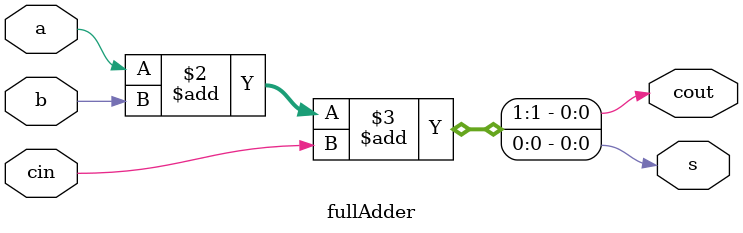
<source format=v>
`timescale 1ns / 1ns


module fullAdder(
    output cout,
    output s,
    input a,
    input b,
    input cin
    );
    
 reg cout;
 reg s;
 always @(a or b or cin)
 begin
    {cout, s} = a + b + cin;
 end
endmodule

</source>
